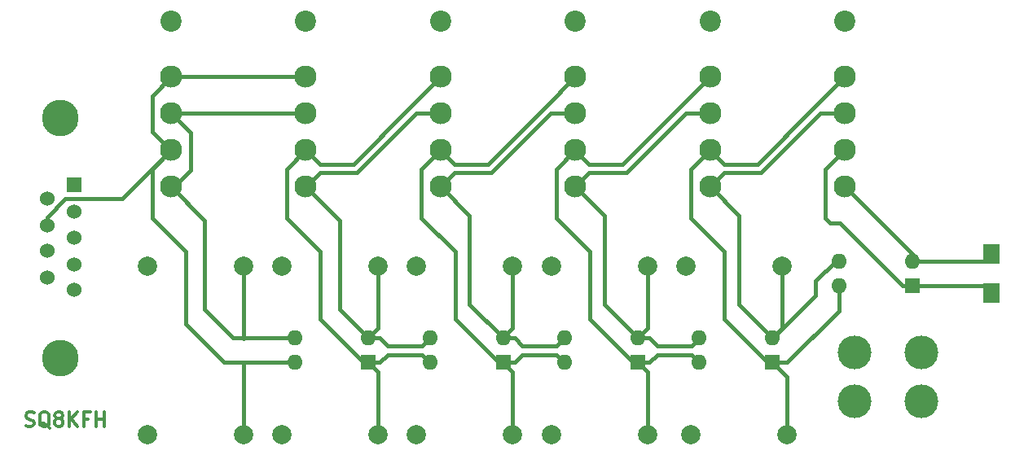
<source format=gtl>
G04 #@! TF.FileFunction,Copper,L1,Top,Signal*
%FSLAX46Y46*%
G04 Gerber Fmt 4.6, Leading zero omitted, Abs format (unit mm)*
G04 Created by KiCad (PCBNEW 4.0.6) date Sunday, 05 May 2019 10:36:36*
%MOMM*%
%LPD*%
G01*
G04 APERTURE LIST*
%ADD10C,0.100000*%
%ADD11C,0.300000*%
%ADD12C,3.500880*%
%ADD13C,2.200000*%
%ADD14C,2.300000*%
%ADD15C,2.000000*%
%ADD16R,1.600000X1.600000*%
%ADD17O,1.600000X1.600000*%
%ADD18R,1.700000X2.000000*%
%ADD19C,3.810000*%
%ADD20R,1.524000X1.524000*%
%ADD21C,1.524000*%
%ADD22C,0.400000*%
G04 APERTURE END LIST*
D10*
D11*
X120892857Y-104107143D02*
X121107143Y-104178571D01*
X121464286Y-104178571D01*
X121607143Y-104107143D01*
X121678572Y-104035714D01*
X121750000Y-103892857D01*
X121750000Y-103750000D01*
X121678572Y-103607143D01*
X121607143Y-103535714D01*
X121464286Y-103464286D01*
X121178572Y-103392857D01*
X121035714Y-103321429D01*
X120964286Y-103250000D01*
X120892857Y-103107143D01*
X120892857Y-102964286D01*
X120964286Y-102821429D01*
X121035714Y-102750000D01*
X121178572Y-102678571D01*
X121535714Y-102678571D01*
X121750000Y-102750000D01*
X123392857Y-104321429D02*
X123250000Y-104250000D01*
X123107143Y-104107143D01*
X122892857Y-103892857D01*
X122750000Y-103821429D01*
X122607143Y-103821429D01*
X122678571Y-104178571D02*
X122535714Y-104107143D01*
X122392857Y-103964286D01*
X122321428Y-103678571D01*
X122321428Y-103178571D01*
X122392857Y-102892857D01*
X122535714Y-102750000D01*
X122678571Y-102678571D01*
X122964285Y-102678571D01*
X123107143Y-102750000D01*
X123250000Y-102892857D01*
X123321428Y-103178571D01*
X123321428Y-103678571D01*
X123250000Y-103964286D01*
X123107143Y-104107143D01*
X122964285Y-104178571D01*
X122678571Y-104178571D01*
X124178572Y-103321429D02*
X124035714Y-103250000D01*
X123964286Y-103178571D01*
X123892857Y-103035714D01*
X123892857Y-102964286D01*
X123964286Y-102821429D01*
X124035714Y-102750000D01*
X124178572Y-102678571D01*
X124464286Y-102678571D01*
X124607143Y-102750000D01*
X124678572Y-102821429D01*
X124750000Y-102964286D01*
X124750000Y-103035714D01*
X124678572Y-103178571D01*
X124607143Y-103250000D01*
X124464286Y-103321429D01*
X124178572Y-103321429D01*
X124035714Y-103392857D01*
X123964286Y-103464286D01*
X123892857Y-103607143D01*
X123892857Y-103892857D01*
X123964286Y-104035714D01*
X124035714Y-104107143D01*
X124178572Y-104178571D01*
X124464286Y-104178571D01*
X124607143Y-104107143D01*
X124678572Y-104035714D01*
X124750000Y-103892857D01*
X124750000Y-103607143D01*
X124678572Y-103464286D01*
X124607143Y-103392857D01*
X124464286Y-103321429D01*
X125392857Y-104178571D02*
X125392857Y-102678571D01*
X126250000Y-104178571D02*
X125607143Y-103321429D01*
X126250000Y-102678571D02*
X125392857Y-103535714D01*
X127392857Y-103392857D02*
X126892857Y-103392857D01*
X126892857Y-104178571D02*
X126892857Y-102678571D01*
X127607143Y-102678571D01*
X128178571Y-104178571D02*
X128178571Y-102678571D01*
X128178571Y-103392857D02*
X129035714Y-103392857D01*
X129035714Y-104178571D02*
X129035714Y-102678571D01*
D12*
X214000000Y-101500000D03*
X214000000Y-96500000D03*
X207000000Y-101500000D03*
X207000000Y-96500000D03*
D13*
X206000000Y-62000000D03*
X192000000Y-62000000D03*
X178000000Y-62000000D03*
X164000000Y-62000000D03*
X150000000Y-62000000D03*
X136000000Y-62000000D03*
D14*
X206000000Y-67785000D03*
X206000000Y-71595000D03*
X206000000Y-75405000D03*
X206000000Y-79215000D03*
X192000000Y-67785000D03*
X192000000Y-71595000D03*
X192000000Y-75405000D03*
X192000000Y-79215000D03*
X178000000Y-67785000D03*
X178000000Y-71595000D03*
X178000000Y-75405000D03*
X178000000Y-79215000D03*
X164000000Y-67785000D03*
X164000000Y-71595000D03*
X164000000Y-75405000D03*
X164000000Y-79215000D03*
X150000000Y-67785000D03*
X150000000Y-71595000D03*
X150000000Y-75405000D03*
X150000000Y-79215000D03*
X136000000Y-67785000D03*
X136000000Y-71595000D03*
X136000000Y-75405000D03*
X136000000Y-79215000D03*
D15*
X189500000Y-87500000D03*
X199500000Y-87500000D03*
X200000000Y-105000000D03*
X190000000Y-105000000D03*
X175500000Y-87500000D03*
X185500000Y-87500000D03*
X185500000Y-105000000D03*
X175500000Y-105000000D03*
X161500000Y-87500000D03*
X171500000Y-87500000D03*
X171500000Y-105000000D03*
X161500000Y-105000000D03*
X147500000Y-87500000D03*
X157500000Y-87500000D03*
X157500000Y-105000000D03*
X147500000Y-105000000D03*
X133500000Y-87500000D03*
X143500000Y-87500000D03*
X143500000Y-105000000D03*
X133500000Y-105000000D03*
D16*
X213000000Y-89500000D03*
D17*
X205380000Y-86960000D03*
X213000000Y-86960000D03*
X205380000Y-89500000D03*
D16*
X198500000Y-97500000D03*
D17*
X190880000Y-94960000D03*
X198500000Y-94960000D03*
X190880000Y-97500000D03*
D16*
X184500000Y-97500000D03*
D17*
X176880000Y-94960000D03*
X184500000Y-94960000D03*
X176880000Y-97500000D03*
D16*
X170500000Y-97500000D03*
D17*
X162880000Y-94960000D03*
X170500000Y-94960000D03*
X162880000Y-97500000D03*
D16*
X156500000Y-97500000D03*
D17*
X148880000Y-94960000D03*
X156500000Y-94960000D03*
X148880000Y-97500000D03*
D18*
X221250000Y-86250000D03*
X221250000Y-90250000D03*
D19*
X124500000Y-72054000D03*
X124500000Y-97073000D03*
D20*
X125897000Y-79039000D03*
D21*
X125897000Y-81833000D03*
X125897000Y-84500000D03*
X125897000Y-87294000D03*
X125897000Y-89961000D03*
X123103000Y-80436000D03*
X123103000Y-83230000D03*
X123103000Y-85897000D03*
X123103000Y-88691000D03*
D22*
X123103000Y-83230000D02*
X123103000Y-82397000D01*
X130905000Y-80500000D02*
X136000000Y-75405000D01*
X125000000Y-80500000D02*
X130905000Y-80500000D01*
X123103000Y-82397000D02*
X125000000Y-80500000D01*
X143500000Y-105000000D02*
X143500000Y-97500000D01*
X148880000Y-97500000D02*
X143500000Y-97500000D01*
X143500000Y-97500000D02*
X141500000Y-97500000D01*
X134000000Y-77405000D02*
X136000000Y-75405000D01*
X134000000Y-82500000D02*
X134000000Y-77405000D01*
X137500000Y-86000000D02*
X134000000Y-82500000D01*
X137500000Y-93500000D02*
X137500000Y-86000000D01*
X141500000Y-97500000D02*
X137500000Y-93500000D01*
X136000000Y-75405000D02*
X135905000Y-75405000D01*
X135905000Y-75405000D02*
X134000000Y-73500000D01*
X134000000Y-73500000D02*
X134000000Y-69785000D01*
X134000000Y-69785000D02*
X136000000Y-67785000D01*
X136000000Y-67785000D02*
X150000000Y-67785000D01*
X143500000Y-87500000D02*
X143500000Y-94960000D01*
X143500000Y-94960000D02*
X143500000Y-95000000D01*
X143500000Y-95000000D02*
X143500000Y-94960000D01*
X148880000Y-94960000D02*
X143500000Y-94960000D01*
X143500000Y-94960000D02*
X142460000Y-94960000D01*
X139500000Y-82715000D02*
X136000000Y-79215000D01*
X139500000Y-92000000D02*
X139500000Y-82715000D01*
X142460000Y-94960000D02*
X139500000Y-92000000D01*
X136000000Y-79215000D02*
X136285000Y-79215000D01*
X136285000Y-79215000D02*
X138000000Y-77500000D01*
X138000000Y-77500000D02*
X138000000Y-73595000D01*
X138000000Y-73595000D02*
X136000000Y-71595000D01*
X136000000Y-71595000D02*
X150000000Y-71595000D01*
X150000000Y-75405000D02*
X151455001Y-76860001D01*
X151455001Y-76860001D02*
X154924999Y-76860001D01*
X154924999Y-76860001D02*
X160826396Y-70958604D01*
X160826396Y-70958604D02*
X164000000Y-67785000D01*
X156500000Y-97500000D02*
X156000000Y-97500000D01*
X156000000Y-97500000D02*
X151500000Y-93000000D01*
X148000000Y-77405000D02*
X150000000Y-75405000D01*
X148000000Y-82500000D02*
X148000000Y-77405000D01*
X151500000Y-86000000D02*
X148000000Y-82500000D01*
X151500000Y-93000000D02*
X151500000Y-86000000D01*
X157500000Y-105000000D02*
X157500000Y-98500000D01*
X157500000Y-98500000D02*
X156500000Y-97500000D01*
X156500000Y-97500000D02*
X157700000Y-97500000D01*
X157700000Y-97500000D02*
X158520001Y-96679999D01*
X158520001Y-96679999D02*
X162059999Y-96679999D01*
X162059999Y-96679999D02*
X162880000Y-97500000D01*
X157000000Y-98000000D02*
X156500000Y-97500000D01*
X151455001Y-77759999D02*
X155297793Y-77759999D01*
X155297793Y-77759999D02*
X161462792Y-71595000D01*
X161462792Y-71595000D02*
X164000000Y-71595000D01*
X150000000Y-79215000D02*
X151455001Y-77759999D01*
X156500000Y-94960000D02*
X153500000Y-91960000D01*
X153500000Y-82715000D02*
X150000000Y-79215000D01*
X153500000Y-91960000D02*
X153500000Y-82715000D01*
X157500000Y-87500000D02*
X157500000Y-93960000D01*
X157500000Y-93960000D02*
X156500000Y-94960000D01*
X156500000Y-94960000D02*
X157700000Y-94960000D01*
X157700000Y-94960000D02*
X158520001Y-95780001D01*
X158520001Y-95780001D02*
X162059999Y-95780001D01*
X162059999Y-95780001D02*
X162880000Y-94960000D01*
X164000000Y-75405000D02*
X165455001Y-76860001D01*
X165455001Y-76860001D02*
X168924999Y-76860001D01*
X168924999Y-76860001D02*
X174826396Y-70958604D01*
X174826396Y-70958604D02*
X178000000Y-67785000D01*
X170500000Y-97500000D02*
X170000000Y-97500000D01*
X170000000Y-97500000D02*
X165500000Y-93000000D01*
X162000000Y-77405000D02*
X164000000Y-75405000D01*
X162000000Y-82500000D02*
X162000000Y-77405000D01*
X165500000Y-86000000D02*
X162000000Y-82500000D01*
X165500000Y-93000000D02*
X165500000Y-86000000D01*
X171500000Y-105000000D02*
X171500000Y-98500000D01*
X171500000Y-98500000D02*
X170500000Y-97500000D01*
X170500000Y-97500000D02*
X171700000Y-97500000D01*
X171700000Y-97500000D02*
X172520001Y-96679999D01*
X172520001Y-96679999D02*
X176059999Y-96679999D01*
X176059999Y-96679999D02*
X176880000Y-97500000D01*
X175462792Y-71595000D02*
X178000000Y-71595000D01*
X164000000Y-79215000D02*
X165455001Y-77759999D01*
X165455001Y-77759999D02*
X169297793Y-77759999D01*
X169297793Y-77759999D02*
X175462792Y-71595000D01*
X170500000Y-94960000D02*
X167000000Y-91460000D01*
X167000000Y-82215000D02*
X164000000Y-79215000D01*
X167000000Y-91460000D02*
X167000000Y-82215000D01*
X171500000Y-87500000D02*
X171500000Y-93960000D01*
X171500000Y-93960000D02*
X170500000Y-94960000D01*
X172520001Y-95780001D02*
X176059999Y-95780001D01*
X170500000Y-94960000D02*
X171700000Y-94960000D01*
X171700000Y-94960000D02*
X172520001Y-95780001D01*
X176059999Y-95780001D02*
X176880000Y-94960000D01*
X178000000Y-75405000D02*
X179455001Y-76860001D01*
X179455001Y-76860001D02*
X182924999Y-76860001D01*
X182924999Y-76860001D02*
X188826396Y-70958604D01*
X188826396Y-70958604D02*
X192000000Y-67785000D01*
X184500000Y-97500000D02*
X184000000Y-97500000D01*
X184000000Y-97500000D02*
X179500000Y-93000000D01*
X176000000Y-77405000D02*
X178000000Y-75405000D01*
X176000000Y-82500000D02*
X176000000Y-77405000D01*
X179500000Y-86000000D02*
X176000000Y-82500000D01*
X179500000Y-93000000D02*
X179500000Y-86000000D01*
X185500000Y-105000000D02*
X185500000Y-98500000D01*
X185500000Y-98500000D02*
X184500000Y-97500000D01*
X184500000Y-97500000D02*
X185700000Y-97500000D01*
X185700000Y-97500000D02*
X186520001Y-96679999D01*
X186520001Y-96679999D02*
X190059999Y-96679999D01*
X190059999Y-96679999D02*
X190880000Y-97500000D01*
X189462792Y-71595000D02*
X192000000Y-71595000D01*
X178000000Y-79215000D02*
X179455001Y-77759999D01*
X179455001Y-77759999D02*
X183297793Y-77759999D01*
X183297793Y-77759999D02*
X189462792Y-71595000D01*
X184500000Y-94960000D02*
X181000000Y-91460000D01*
X181000000Y-82215000D02*
X178000000Y-79215000D01*
X181000000Y-91460000D02*
X181000000Y-82215000D01*
X185500000Y-87500000D02*
X185500000Y-93960000D01*
X185500000Y-93960000D02*
X184500000Y-94960000D01*
X190059999Y-95780001D02*
X190880000Y-94960000D01*
X184500000Y-94960000D02*
X185700000Y-94960000D01*
X185700000Y-94960000D02*
X186520001Y-95780001D01*
X186520001Y-95780001D02*
X190059999Y-95780001D01*
X192000000Y-75405000D02*
X193455001Y-76860001D01*
X193455001Y-76860001D02*
X196924999Y-76860001D01*
X196924999Y-76860001D02*
X202826396Y-70958604D01*
X202826396Y-70958604D02*
X206000000Y-67785000D01*
X198500000Y-97500000D02*
X198000000Y-97500000D01*
X198000000Y-97500000D02*
X193500000Y-93000000D01*
X190000000Y-77405000D02*
X192000000Y-75405000D01*
X190000000Y-82500000D02*
X190000000Y-77405000D01*
X193500000Y-86000000D02*
X190000000Y-82500000D01*
X193500000Y-93000000D02*
X193500000Y-86000000D01*
X198500000Y-97500000D02*
X200000000Y-97500000D01*
X205380000Y-92120000D02*
X205380000Y-89500000D01*
X200000000Y-97500000D02*
X205380000Y-92120000D01*
X200000000Y-105000000D02*
X200000000Y-99000000D01*
X200000000Y-99000000D02*
X198500000Y-97500000D01*
X192000000Y-79215000D02*
X193455001Y-77759999D01*
X203462792Y-71595000D02*
X206000000Y-71595000D01*
X193455001Y-77759999D02*
X197297793Y-77759999D01*
X197297793Y-77759999D02*
X203462792Y-71595000D01*
X198500000Y-94960000D02*
X198540000Y-94960000D01*
X198540000Y-94960000D02*
X203000000Y-90500000D01*
X203000000Y-89000000D02*
X205040000Y-86960000D01*
X203000000Y-90500000D02*
X203000000Y-89000000D01*
X205040000Y-86960000D02*
X205380000Y-86960000D01*
X198500000Y-94960000D02*
X195000000Y-91460000D01*
X195000000Y-82215000D02*
X192000000Y-79215000D01*
X195000000Y-91460000D02*
X195000000Y-82215000D01*
X199500000Y-87500000D02*
X199500000Y-93960000D01*
X199500000Y-93960000D02*
X198500000Y-94960000D01*
X213000000Y-89500000D02*
X220500000Y-89500000D01*
X220500000Y-89500000D02*
X221250000Y-90250000D01*
X213000000Y-89500000D02*
X212000000Y-89500000D01*
X204000000Y-77405000D02*
X206000000Y-75405000D01*
X204000000Y-82500000D02*
X204000000Y-77405000D01*
X204500000Y-83000000D02*
X204000000Y-82500000D01*
X205500000Y-83000000D02*
X204500000Y-83000000D01*
X212000000Y-89500000D02*
X205500000Y-83000000D01*
X213000000Y-86960000D02*
X220540000Y-86960000D01*
X220540000Y-86960000D02*
X221250000Y-86250000D01*
X213000000Y-86960000D02*
X213000000Y-86215000D01*
X213000000Y-86215000D02*
X206000000Y-79215000D01*
M02*

</source>
